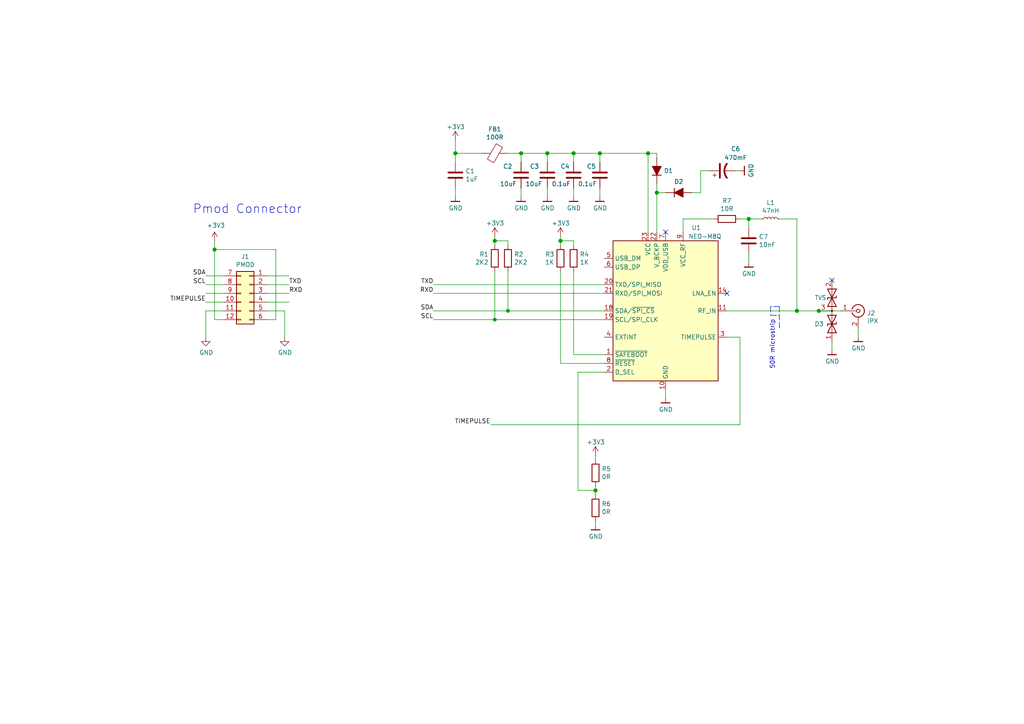
<source format=kicad_sch>
(kicad_sch (version 20230121) (generator eeschema)
  (paper "A4")
  (title_block (title "GNSS PMOD") (date "2020-12-17") (rev "r1.0") (company "GsD - @gregdavill") (comment 1 "PMOD"))
  (lib_symbols
    (symbol "Connector:Conn_Coaxial" (pin_names (offset 1.016) hide)
      (property "Reference" "J" (at 0.254 3.048 0))
      (property "Value" "Conn_Coaxial" (at 2.921 0 90))
      (symbol "Conn_Coaxial_0_1"
        (arc (start -1.778 -0.508) (mid 0.2311 -1.8066) (end 1.778 0) (stroke (width 0.254)))
        (polyline (pts (xy -2.54 0) (xy -0.508 0)))
        (polyline (pts (xy 0 -2.54) (xy 0 -1.778)))
        (circle (center 0 0) (radius 0.508) (stroke (width 0.2032)))
        (arc (start 1.778 0) (mid 0.2099 1.8101) (end -1.778 0.508) (stroke (width 0.254)))
      )
      (symbol "Conn_Coaxial_1_1"
        (pin passive line (at -5.08 0 0) (length 2.54) (name "In") (number "1"))
        (pin passive line (at 0 -5.08 90) (length 2.54) (name "Ext") (number "2"))
      )
    )
    (symbol "Connector_Generic:Conn_02x06_Top_Bottom" (pin_names (offset 1.016) hide)
      (property "Reference" "J" (at 1.27 7.62 0))
      (property "Value" "Conn_02x06_Top_Bottom" (at 1.27 -10.16 0))
      (symbol "Conn_02x06_Top_Bottom_1_1"
        (rectangle (start -1.27 -7.493) (end 0 -7.747) (stroke (width 0.1524)))
        (rectangle (start -1.27 -4.953) (end 0 -5.207) (stroke (width 0.1524)))
        (rectangle (start -1.27 -2.413) (end 0 -2.667) (stroke (width 0.1524)))
        (rectangle (start -1.27 0.127) (end 0 -0.127) (stroke (width 0.1524)))
        (rectangle (start -1.27 2.667) (end 0 2.413) (stroke (width 0.1524)))
        (rectangle (start -1.27 5.207) (end 0 4.953) (stroke (width 0.1524)))
        (rectangle (start -1.27 6.35) (end 3.81 -8.89) (stroke (width 0.254)) (fill (type background)))
        (rectangle (start 3.81 -7.493) (end 2.54 -7.747) (stroke (width 0.1524)))
        (rectangle (start 3.81 -4.953) (end 2.54 -5.207) (stroke (width 0.1524)))
        (rectangle (start 3.81 -2.413) (end 2.54 -2.667) (stroke (width 0.1524)))
        (rectangle (start 3.81 0.127) (end 2.54 -0.127) (stroke (width 0.1524)))
        (rectangle (start 3.81 2.667) (end 2.54 2.413) (stroke (width 0.1524)))
        (rectangle (start 3.81 5.207) (end 2.54 4.953) (stroke (width 0.1524)))
        (pin passive line (at -5.08 5.08 0) (length 3.81) (name "Pin_1") (number "1"))
        (pin passive line (at 7.62 -2.54 180) (length 3.81) (name "Pin_10") (number "10"))
        (pin passive line (at 7.62 -5.08 180) (length 3.81) (name "Pin_11") (number "11"))
        (pin passive line (at 7.62 -7.62 180) (length 3.81) (name "Pin_12") (number "12"))
        (pin passive line (at -5.08 2.54 0) (length 3.81) (name "Pin_2") (number "2"))
        (pin passive line (at -5.08 0 0) (length 3.81) (name "Pin_3") (number "3"))
        (pin passive line (at -5.08 -2.54 0) (length 3.81) (name "Pin_4") (number "4"))
        (pin passive line (at -5.08 -5.08 0) (length 3.81) (name "Pin_5") (number "5"))
        (pin passive line (at -5.08 -7.62 0) (length 3.81) (name "Pin_6") (number "6"))
        (pin passive line (at 7.62 5.08 180) (length 3.81) (name "Pin_7") (number "7"))
        (pin passive line (at 7.62 2.54 180) (length 3.81) (name "Pin_8") (number "8"))
        (pin passive line (at 7.62 0 180) (length 3.81) (name "Pin_9") (number "9"))
      )
    )
    (symbol "Device:C" (pin_numbers hide) (pin_names (offset 0.254))
      (property "Reference" "C" (at 0.635 2.54 0))
      (property "Value" "C" (at 0.635 -2.54 0))
      (symbol "C_0_1"
        (polyline (pts (xy -2.032 -0.762) (xy 2.032 -0.762)) (stroke (width 0.508)))
        (polyline (pts (xy -2.032 0.762) (xy 2.032 0.762)) (stroke (width 0.508)))
      )
      (symbol "C_1_1"
        (pin passive line (at 0 3.81 270) (length 2.794) (name "~") (number "1"))
        (pin passive line (at 0 -3.81 90) (length 2.794) (name "~") (number "2"))
      )
    )
    (symbol "Device:CP1" (pin_numbers hide) (pin_names (offset 0.254) hide)
      (property "Reference" "C" (at 0.635 2.54 0))
      (property "Value" "CP1" (at 0.635 -2.54 0))
      (symbol "CP1_0_1"
        (polyline (pts (xy -2.032 0.762) (xy 2.032 0.762)) (stroke (width 0.508)))
        (polyline (pts (xy -1.778 2.286) (xy -0.762 2.286)))
        (polyline (pts (xy -1.27 1.778) (xy -1.27 2.794)))
        (arc (start 2.032 -1.27) (mid 0 -0.5572) (end -2.032 -1.27) (stroke (width 0.508)))
      )
      (symbol "CP1_1_1"
        (pin passive line (at 0 3.81 270) (length 2.794) (name "~") (number "1"))
        (pin passive line (at 0 -3.81 90) (length 3.302) (name "~") (number "2"))
      )
    )
    (symbol "Device:D_ALT" (pin_numbers hide) (pin_names (offset 1.016) hide)
      (property "Reference" "D" (at 0 2.54 0))
      (property "Value" "D_ALT" (at 0 -2.54 0))
      (symbol "D_ALT_0_1"
        (polyline (pts (xy -1.27 1.27) (xy -1.27 -1.27)) (stroke (width 0.254)))
        (polyline (pts (xy 1.27 0) (xy -1.27 0)))
        (polyline (pts (xy 1.27 1.27) (xy 1.27 -1.27) (xy -1.27 0) (xy 1.27 1.27)) (stroke (width 0.254)) (fill (type outline)))
      )
      (symbol "D_ALT_1_1"
        (pin passive line (at -3.81 0 0) (length 2.54) (name "K") (number "1"))
        (pin passive line (at 3.81 0 180) (length 2.54) (name "A") (number "2"))
      )
    )
    (symbol "Device:D_TVS_x2_AAC" (pin_names (offset 1.016) hide)
      (property "Reference" "D" (at 0 4.445 0))
      (property "Value" "D_TVS_x2_AAC" (at 0 2.54 0))
      (symbol "D_TVS_x2_AAC_0_0"
        (polyline (pts (xy 0 -1.27) (xy 0 0)))
      )
      (symbol "D_TVS_x2_AAC_0_1"
        (polyline (pts (xy -6.35 0) (xy 6.35 0)))
        (polyline (pts (xy -3.302 1.27) (xy -3.81 1.27) (xy -3.81 -1.27) (xy -4.318 -1.27)) (stroke (width 0.254)))
        (polyline (pts (xy 4.318 1.27) (xy 3.81 1.27) (xy 3.81 -1.27) (xy 3.302 -1.27)) (stroke (width 0.254)))
        (polyline (pts (xy -6.35 1.27) (xy -1.27 -1.27) (xy -1.27 1.27) (xy -6.35 -1.27) (xy -6.35 1.27)) (stroke (width 0.254)))
        (polyline (pts (xy 6.35 1.27) (xy 1.27 -1.27) (xy 1.27 1.27) (xy 6.35 -1.27) (xy 6.35 1.27)) (stroke (width 0.254)))
        (circle (center 0 0) (radius 0.254) (fill (type outline)))
      )
      (symbol "D_TVS_x2_AAC_1_1"
        (pin passive line (at -8.89 0 0) (length 2.54) (name "A1") (number "1"))
        (pin passive line (at 8.89 0 180) (length 2.54) (name "A2") (number "2"))
        (pin input line (at 0 -3.81 90) (length 2.54) (name "common") (number "3"))
      )
    )
    (symbol "Device:Ferrite_Bead" (pin_numbers hide) (pin_names (offset 0))
      (property "Reference" "FB" (at -3.81 0.635 90))
      (property "Value" "Ferrite_Bead" (at 3.81 0 90))
      (symbol "Ferrite_Bead_0_1"
        (polyline (pts (xy 0 -1.27) (xy 0 -1.2192)))
        (polyline (pts (xy 0 1.27) (xy 0 1.2954)))
        (polyline (pts (xy -2.7686 0.4064) (xy -1.7018 2.2606) (xy 2.7686 -0.3048) (xy 1.6764 -2.159) (xy -2.7686 0.4064)))
      )
      (symbol "Ferrite_Bead_1_1"
        (pin passive line (at 0 3.81 270) (length 2.54) (name "~") (number "1"))
        (pin passive line (at 0 -3.81 90) (length 2.54) (name "~") (number "2"))
      )
    )
    (symbol "Device:L_Small" (pin_numbers hide) (pin_names (offset 0.254) hide)
      (property "Reference" "L" (at 0.762 1.016 0))
      (property "Value" "L_Small" (at 0.762 -1.016 0))
      (symbol "L_Small_0_1"
        (arc (start 0 -2.032) (mid 0.5058 -1.524) (end 0 -1.016))
        (arc (start 0 -1.016) (mid 0.5058 -0.508) (end 0 0))
        (arc (start 0 0) (mid 0.5058 0.508) (end 0 1.016))
        (arc (start 0 1.016) (mid 0.5058 1.524) (end 0 2.032))
      )
      (symbol "L_Small_1_1"
        (pin passive line (at 0 2.54 270) (length 0.508) (name "~") (number "1"))
        (pin passive line (at 0 -2.54 90) (length 0.508) (name "~") (number "2"))
      )
    )
    (symbol "Device:R" (pin_numbers hide) (pin_names (offset 0))
      (property "Reference" "R" (at 2.032 0 90))
      (property "Value" "R" (at 0 0 90))
      (symbol "R_0_1"
        (rectangle (start -1.016 -2.54) (end 1.016 2.54) (stroke (width 0.254)))
      )
      (symbol "R_1_1"
        (pin passive line (at 0 3.81 270) (length 1.27) (name "~") (number "1"))
        (pin passive line (at 0 -3.81 90) (length 1.27) (name "~") (number "2"))
      )
    )
    (symbol "RF_GPS:NEO-M8Q"
      (property "Reference" "U" (at -13.97 21.59 0))
      (property "Value" "NEO-M8Q" (at 11.43 21.59 0))
      (symbol "NEO-M8Q_0_1"
        (rectangle (start -15.24 20.32) (end 15.24 -20.32) (stroke (width 0.254)) (fill (type background)))
      )
      (symbol "NEO-M8Q_1_1"
        (pin input line (at -17.78 -12.7 0) (length 2.54) (name "~{SAFEBOOT}") (number "1"))
        (pin power_in line (at 0 -22.86 90) (length 2.54) (name "GND") (number "10"))
        (pin input line (at 17.78 0 180) (length 2.54) (name "RF_IN") (number "11"))
        (pin passive line (at 0 -22.86 90) (length 2.54) hide (name "GND") (number "12"))
        (pin passive line (at 0 -22.86 90) (length 2.54) hide (name "GND") (number "13"))
        (pin output line (at 17.78 5.08 180) (length 2.54) (name "LNA_EN") (number "14"))
        (pin no_connect line (at 15.24 -10.16 180) (length 2.54) hide (name "RESERVED") (number "15"))
        (pin no_connect line (at 15.24 -12.7 180) (length 2.54) hide (name "RESERVED") (number "16"))
        (pin no_connect line (at 15.24 -15.24 180) (length 2.54) hide (name "RESERVED") (number "17"))
        (pin bidirectional line (at -17.78 0 0) (length 2.54) (name "SDA/~{SPI_CS}") (number "18"))
        (pin input line (at -17.78 -2.54 0) (length 2.54) (name "SCL/SPI_CLK") (number "19"))
        (pin input line (at -17.78 -17.78 0) (length 2.54) (name "D_SEL") (number "2"))
        (pin output line (at -17.78 7.62 0) (length 2.54) (name "TXD/SPI_MISO") (number "20"))
        (pin input line (at -17.78 5.08 0) (length 2.54) (name "RXD/SPI_MOSI") (number "21"))
        (pin power_in line (at -2.54 22.86 270) (length 2.54) (name "V_BCKP") (number "22"))
        (pin power_in line (at -5.08 22.86 270) (length 2.54) (name "VCC") (number "23"))
        (pin passive line (at 0 -22.86 90) (length 2.54) hide (name "GND") (number "24"))
        (pin output line (at 17.78 -7.62 180) (length 2.54) (name "TIMEPULSE") (number "3"))
        (pin input line (at -17.78 -7.62 0) (length 2.54) (name "EXTINT") (number "4"))
        (pin bidirectional line (at -17.78 15.24 0) (length 2.54) (name "USB_DM") (number "5"))
        (pin bidirectional line (at -17.78 12.7 0) (length 2.54) (name "USB_DP") (number "6"))
        (pin power_in line (at 0 22.86 270) (length 2.54) (name "VDD_USB") (number "7"))
        (pin input line (at -17.78 -15.24 0) (length 2.54) (name "~{RESET}") (number "8"))
        (pin power_out line (at 5.08 22.86 270) (length 2.54) (name "VCC_RF") (number "9"))
      )
    )
    (symbol "gkl_power:GND" (power) (pin_names (offset 0))
      (property "Value" "GND" (at 0 -2.54 0))
      (symbol "GND_0_1"
        (polyline (pts (xy 0 -1.27) (xy 0 0)))
        (polyline (pts (xy 1.27 -1.27) (xy -1.27 -1.27)) (stroke (width 0.3048)))
      )
      (symbol "GND_1_1"
        (pin power_in line (at 0 0 270) (length 0) hide (name "GND") (number "1"))
      )
    )
    (symbol "power:+3V3" (power) (pin_names (offset 0))
      (property "Value" "+3V3" (at 0 3.556 0))
      (symbol "+3V3_0_1"
        (polyline (pts (xy -0.762 1.27) (xy 0 2.54)))
        (polyline (pts (xy 0 0) (xy 0 2.54)))
        (polyline (pts (xy 0 2.54) (xy 0.762 1.27)))
      )
      (symbol "+3V3_1_1"
        (pin power_in line (at 0 0 90) (length 0) hide (name "+3V3") (number "1"))
      )
    )
    (symbol "power:GND" (power) (pin_names (offset 0))
      (property "Value" "GND" (at 0 -3.81 0))
      (symbol "GND_0_1"
        (polyline (pts (xy 0 0) (xy 0 -1.27) (xy 1.27 -1.27) (xy 0 -2.54) (xy -1.27 -1.27) (xy 0 -1.27)))
      )
      (symbol "GND_1_1"
        (pin power_in line (at 0 0 270) (length 0) hide (name "GND") (number "1"))
      )
    )
  )
  (bus_alias "GPDI" (members "CK_N" "CK_P" "D0_N" "D0_P" "D1_N" "D1_P" "D2_N" "D2_P"))
  (junction (at 147.32 90.17) (diameter 0.9144))
  (junction (at 217.17 63.5) (diameter 1.016))
  (junction (at 190.5 55.88) (diameter 1.016))
  (junction (at 143.51 69.85) (diameter 1.016))
  (junction (at 166.37 44.45) (diameter 1.016))
  (junction (at 237.49 90.17) (diameter 1.016))
  (junction (at 172.72 142.24) (diameter 1.016))
  (junction (at 173.99 44.45) (diameter 1.016))
  (junction (at 162.56 69.85) (diameter 1.016))
  (junction (at 62.23 72.39) (diameter 1.016))
  (junction (at 231.14 90.17) (diameter 1.016))
  (junction (at 132.08 44.45) (diameter 1.016))
  (junction (at 151.13 44.45) (diameter 1.016))
  (junction (at 143.51 92.71) (diameter 0.9144))
  (junction (at 187.96 44.45) (diameter 1.016))
  (junction (at 158.75 44.45) (diameter 1.016))
  (no_connect (at 241.3 81.28))
  (no_connect (at 210.82 85.09))
  (no_connect (at 193.04 67.31))
  (wire (pts (xy 198.12 67.31) (xy 198.12 63.5)))
  (wire (pts (xy 203.2 55.88) (xy 203.2 49.53)))
  (wire (pts (xy 77.47 82.55) (xy 83.82 82.55)))
  (wire (pts (xy 193.04 55.88) (xy 190.5 55.88)))
  (wire (pts (xy 172.72 143.51) (xy 172.72 142.24)))
  (wire (pts (xy 143.51 68.58) (xy 143.51 69.85)))
  (wire (pts (xy 158.75 57.15) (xy 158.75 54.61)))
  (wire (pts (xy 151.13 44.45) (xy 158.75 44.45)))
  (wire (pts (xy 62.23 92.71) (xy 62.23 72.39)))
  (wire (pts (xy 125.73 90.17) (xy 147.32 90.17)))
  (wire (pts (xy 143.51 78.74) (xy 143.51 92.71)))
  (wire (pts (xy 62.23 69.85) (xy 62.23 72.39)))
  (wire (pts (xy 132.08 57.15) (xy 132.08 54.61)))
  (wire (pts (xy 162.56 69.85) (xy 162.56 71.12)))
  (wire (pts (xy 64.77 92.71) (xy 62.23 92.71)))
  (wire (pts (xy 132.08 44.45) (xy 132.08 40.64)))
  (polyline (pts (xy 223.52 91.44) (xy 226.06 91.44)) (stroke (width 0) (type dash)))
  (wire (pts (xy 166.37 57.15) (xy 166.37 54.61)))
  (wire (pts (xy 214.63 63.5) (xy 217.17 63.5)))
  (wire (pts (xy 77.47 85.09) (xy 83.82 85.09)))
  (wire (pts (xy 125.73 92.71) (xy 143.51 92.71)))
  (wire (pts (xy 147.32 78.74) (xy 147.32 90.17)))
  (wire (pts (xy 59.69 80.01) (xy 64.77 80.01)))
  (wire (pts (xy 143.51 69.85) (xy 143.51 71.12)))
  (wire (pts (xy 214.63 123.19) (xy 142.24 123.19)))
  (wire (pts (xy 217.17 63.5) (xy 220.98 63.5)))
  (wire (pts (xy 59.69 87.63) (xy 64.77 87.63)))
  (wire (pts (xy 162.56 69.85) (xy 166.37 69.85)))
  (wire (pts (xy 143.51 69.85) (xy 147.32 69.85)))
  (wire (pts (xy 125.73 85.09) (xy 175.26 85.09)))
  (wire (pts (xy 237.49 90.17) (xy 243.84 90.17)))
  (wire (pts (xy 80.01 72.39) (xy 62.23 72.39)))
  (wire (pts (xy 173.99 44.45) (xy 173.99 46.99)))
  (wire (pts (xy 143.51 92.71) (xy 175.26 92.71)))
  (wire (pts (xy 248.92 97.79) (xy 248.92 95.25)))
  (wire (pts (xy 80.01 72.39) (xy 80.01 92.71)))
  (wire (pts (xy 166.37 78.74) (xy 166.37 102.87)))
  (wire (pts (xy 147.32 69.85) (xy 147.32 71.12)))
  (wire (pts (xy 190.5 45.72) (xy 190.5 44.45)))
  (wire (pts (xy 172.72 133.35) (xy 172.72 132.08)))
  (wire (pts (xy 166.37 69.85) (xy 166.37 71.12)))
  (wire (pts (xy 64.77 90.17) (xy 59.69 90.17)))
  (wire (pts (xy 139.7 44.45) (xy 132.08 44.45)))
  (wire (pts (xy 200.66 55.88) (xy 203.2 55.88)))
  (wire (pts (xy 190.5 55.88) (xy 190.5 67.31)))
  (wire (pts (xy 59.69 90.17) (xy 59.69 97.79)))
  (wire (pts (xy 198.12 63.5) (xy 207.01 63.5)))
  (wire (pts (xy 226.06 63.5) (xy 231.14 63.5)))
  (wire (pts (xy 231.14 63.5) (xy 231.14 90.17)))
  (wire (pts (xy 151.13 44.45) (xy 147.32 44.45)))
  (wire (pts (xy 132.08 46.99) (xy 132.08 44.45)))
  (polyline (pts (xy 226.06 88.9) (xy 223.52 88.9)) (stroke (width 0) (type dash)))
  (wire (pts (xy 59.69 85.09) (xy 64.77 85.09)))
  (wire (pts (xy 172.72 152.4) (xy 172.72 151.13)))
  (wire (pts (xy 125.73 82.55) (xy 175.26 82.55)))
  (wire (pts (xy 175.26 105.41) (xy 162.56 105.41)))
  (wire (pts (xy 166.37 102.87) (xy 175.26 102.87)))
  (wire (pts (xy 203.2 49.53) (xy 205.74 49.53)))
  (wire (pts (xy 173.99 57.15) (xy 173.99 54.61)))
  (wire (pts (xy 147.32 90.17) (xy 175.26 90.17)))
  (wire (pts (xy 158.75 44.45) (xy 166.37 44.45)))
  (polyline (pts (xy 226.06 88.9) (xy 226.06 95.25)) (stroke (width 0) (type dash)))
  (wire (pts (xy 217.17 76.2) (xy 217.17 73.66)))
  (wire (pts (xy 77.47 80.01) (xy 83.82 80.01)))
  (wire (pts (xy 231.14 90.17) (xy 237.49 90.17)))
  (wire (pts (xy 214.63 49.53) (xy 213.36 49.53)))
  (wire (pts (xy 77.47 90.17) (xy 82.55 90.17)))
  (wire (pts (xy 214.63 97.79) (xy 214.63 123.19)))
  (wire (pts (xy 217.17 63.5) (xy 217.17 66.04)))
  (wire (pts (xy 210.82 90.17) (xy 231.14 90.17)))
  (wire (pts (xy 166.37 44.45) (xy 166.37 46.99)))
  (polyline (pts (xy 223.52 88.9) (xy 223.52 91.44)) (stroke (width 0) (type dash)))
  (wire (pts (xy 167.64 107.95) (xy 175.26 107.95)))
  (wire (pts (xy 77.47 92.71) (xy 80.01 92.71)))
  (wire (pts (xy 77.47 87.63) (xy 83.82 87.63)))
  (wire (pts (xy 173.99 44.45) (xy 187.96 44.45)))
  (wire (pts (xy 187.96 67.31) (xy 187.96 44.45)))
  (wire (pts (xy 190.5 44.45) (xy 187.96 44.45)))
  (wire (pts (xy 162.56 68.58) (xy 162.56 69.85)))
  (wire (pts (xy 241.3 101.6) (xy 241.3 99.06)))
  (wire (pts (xy 82.55 90.17) (xy 82.55 97.79)))
  (wire (pts (xy 151.13 46.99) (xy 151.13 44.45)))
  (wire (pts (xy 59.69 82.55) (xy 64.77 82.55)))
  (wire (pts (xy 166.37 44.45) (xy 173.99 44.45)))
  (wire (pts (xy 158.75 44.45) (xy 158.75 46.99)))
  (wire (pts (xy 162.56 105.41) (xy 162.56 78.74)))
  (wire (pts (xy 193.04 115.57) (xy 193.04 113.03)))
  (wire (pts (xy 167.64 142.24) (xy 167.64 107.95)))
  (wire (pts (xy 190.5 53.34) (xy 190.5 55.88)))
  (wire (pts (xy 151.13 57.15) (xy 151.13 54.61)))
  (wire (pts (xy 172.72 142.24) (xy 167.64 142.24)))
  (wire (pts (xy 172.72 142.24) (xy 172.72 140.97)))
  (wire (pts (xy 210.82 97.79) (xy 214.63 97.79)))
  (text "Pmod Connector" (at 55.88 62.23 0) (effects (font (size 2.54 2.54)) (justify left bottom)))
  (text "50R microstrip\n" (at 224.79 92.71 90) (effects (font (size 1.27 1.27)) (justify right bottom)))
  (label "RXD" (at 125.73 85.09 180))
  (label "TXD" (at 83.82 82.55 0))
  (label "SCL" (at 125.73 92.71 180))
  (label "SCL" (at 59.69 82.55 180))
  (label "SDA" (at 59.69 80.01 180))
  (label "TIMEPULSE" (at 59.69 87.63 180))
  (label "RXD" (at 83.82 85.09 0))
  (label "SDA" (at 125.73 90.17 180))
  (label "TIMEPULSE" (at 142.24 123.19 180))
  (label "TXD" (at 125.73 82.55 180))
  (symbol (lib_id "power:+3V3") (at 62.23 69.85 0) (unit 1)
    (property "Reference" "#PWR0112" (effects hide))
    (property "Value" "+3V3" (at 62.611 65.3796 0))
  )
  (symbol (lib_id "power:GND") (at 59.69 97.79 0) (unit 1)
    (property "Reference" "#PWR0109" (effects hide))
    (property "Value" "GND" (at 59.817 102.2604 0))
  )
  (symbol (lib_id "gkl_power:GND") (at 151.13 57.15 0) (unit 1)
    (property "Reference" "#PWR0103" (effects hide))
    (property "Value" "GND" (at 151.2062 60.3504 0))
  )
  (symbol (lib_id "Device:R") (at 210.82 63.5 270) (unit 1)
    (property "Reference" "R7" (at 210.82 58.2422 90))
    (property "Value" "10R" (at 210.82 60.5536 90))
    (property "Footprint" "Resistor_SMD:R_0402_1005Metric" (effects hide))
    (property "Mfg" "Yageo" (effects hide))
    (property "PN" "RC0402FR-0710RL" (effects hide))
  )
  (symbol (lib_id "Device:C") (at 217.17 69.85 0) (unit 1)
    (property "Reference" "C7" (at 220.091 68.6816 0) (effects (justify left)))
    (property "Value" "10nF" (at 220.091 70.993 0) (effects (justify left)))
    (property "Footprint" "Capacitor_SMD:C_0402_1005Metric" (effects hide))
    (property "Mfg" "Samsung Electro-Mechanics" (effects hide))
    (property "PN" "CL05B103KB5NNNC" (effects hide))
  )
  (symbol (lib_id "power:+3V3") (at 172.72 132.08 0) (unit 1)
    (property "Reference" "#PWR0117" (effects hide))
    (property "Value" "+3V3" (at 172.7962 128.2446 0))
  )
  (symbol (lib_id "gkl_power:GND") (at 193.04 115.57 0) (unit 1)
    (property "Reference" "#PWR0115" (effects hide))
    (property "Value" "GND" (at 193.1162 118.7704 0))
  )
  (symbol (lib_id "Device:R") (at 162.56 74.93 0) (unit 1)
    (property "Reference" "R3" (at 160.782 73.7616 0) (effects (justify right)))
    (property "Value" "1K" (at 160.782 76.073 0) (effects (justify right)))
    (property "Footprint" "Resistor_SMD:R_0402_1005Metric" (effects hide))
    (property "Mfg" "Yageo" (effects hide))
    (property "PN" "RC0402FR-071KL" (effects hide))
  )
  (symbol (lib_id "Device:R") (at 172.72 147.32 0) (unit 1)
    (property "Reference" "R6" (at 174.498 146.1516 0) (effects (justify left)))
    (property "Value" "0R" (at 174.498 148.463 0) (effects (justify left)))
    (property "Footprint" "Resistor_SMD:R_0402_1005Metric" (effects hide))
    (property "Mfg" "Yageo" (effects hide))
    (property "PN" "RC0402FR-070RL" (effects hide))
  )
  (symbol (lib_id "RF_GPS:NEO-M8Q") (at 193.04 90.17 0) (unit 1)
    (property "Reference" "U1" (at 201.93 66.04 0))
    (property "Value" "NEO-M8Q" (at 204.47 68.58 0))
    (property "Footprint" "RF_GPS:ublox_NEO" (effects hide))
    (property "Datasheet" "https://www.u-blox.com/sites/default/files/NEO-M8-FW3_DataSheet_%28UBX-15031086%29.pdf" (effects hide))
    (property "PN" "DNP" (effects hide))
  )
  (symbol (lib_id "Device:C") (at 166.37 50.8 0) (unit 1)
    (property "Reference" "C4" (at 162.56 48.26 0) (effects (justify left)))
    (property "Value" "0.1uF" (at 160.02 53.34 0) (effects (justify left)))
    (property "Footprint" "Capacitor_SMD:C_0402_1005Metric" (effects hide))
    (property "Mfg" "Samsung Electro-Mechanics" (effects hide))
    (property "PN" "CL05A104KP5NNNC" (effects hide))
  )
  (symbol (lib_id "Device:R") (at 166.37 74.93 0) (unit 1)
    (property "Reference" "R4" (at 168.148 73.7616 0) (effects (justify left)))
    (property "Value" "1K" (at 168.148 76.073 0) (effects (justify left)))
    (property "Footprint" "Resistor_SMD:R_0402_1005Metric" (effects hide))
    (property "Mfg" "Yageo" (effects hide))
    (property "PN" "RC0402FR-071KL" (effects hide))
  )
  (symbol (lib_id "Device:C") (at 158.75 50.8 0) (unit 1)
    (property "Reference" "C3" (at 153.67 48.26 0) (effects (justify left)))
    (property "Value" "10uF" (at 152.4 53.34 0) (effects (justify left)))
    (property "Footprint" "Capacitor_SMD:C_0603_1608Metric" (effects hide))
    (property "Mfg" "Samsung Electro-Mechanics" (effects hide))
    (property "PN" "CL10A106MP8NNNC" (effects hide))
  )
  (symbol (lib_id "Device:C") (at 132.08 50.8 0) (unit 1)
    (property "Reference" "C1" (at 135.001 49.6316 0) (effects (justify left)))
    (property "Value" "1uF" (at 135.001 51.943 0) (effects (justify left)))
    (property "Footprint" "Capacitor_SMD:C_0402_1005Metric" (effects hide))
    (property "Mfg" "Samsung Electro-Mechanics" (effects hide))
    (property "PN" "CL05A105KP5NNNC" (effects hide))
  )
  (symbol (lib_id "Device:Ferrite_Bead") (at 143.51 44.45 270) (unit 1)
    (property "Reference" "FB1" (at 143.51 37.4904 90))
    (property "Value" "100R" (at 143.51 39.8018 90))
    (property "Footprint" "Inductor_SMD:L_0603_1608Metric" (effects hide))
    (property "Mfg" "TDK Corporation" (effects hide))
    (property "PN" "MMZ1608B121CTAH0" (effects hide))
  )
  (symbol (lib_id "power:+3V3") (at 132.08 40.64 0) (unit 1)
    (property "Reference" "#PWR0104" (effects hide))
    (property "Value" "+3V3" (at 132.1562 36.8046 0))
  )
  (symbol (lib_id "power:+3V3") (at 143.51 68.58 0) (unit 1)
    (property "Reference" "#PWR0118" (effects hide))
    (property "Value" "+3V3" (at 143.5862 64.7446 0))
  )
  (symbol (lib_id "gkl_power:GND") (at 217.17 76.2 0) (unit 1)
    (property "Reference" "#PWR0111" (effects hide))
    (property "Value" "GND" (at 217.2462 79.4004 0))
  )
  (symbol (lib_id "Device:CP1") (at 209.55 49.53 90) (unit 1)
    (property "Reference" "C6" (at 213.36 43.18 90))
    (property "Value" "470mF" (at 213.36 45.72 90))
    (property "Footprint" "Battery:BatteryHolder_Keystone_2998_1x6.8mm" (effects hide))
    (property "Mfg" "Keystone Electronics" (effects hide))
    (property "PN" "2998" (effects hide))
  )
  (symbol (lib_id "Device:R") (at 172.72 137.16 0) (unit 1)
    (property "Reference" "R5" (at 174.498 135.9916 0) (effects (justify left)))
    (property "Value" "0R" (at 174.498 138.303 0) (effects (justify left)))
    (property "Footprint" "Resistor_SMD:R_0402_1005Metric" (effects hide))
    (property "PN" "DNP" (effects hide))
  )
  (symbol (lib_id "gkl_power:GND") (at 166.37 57.15 0) (unit 1)
    (property "Reference" "#PWR0108" (effects hide))
    (property "Value" "GND" (at 166.4462 60.3504 0))
  )
  (symbol (lib_id "gkl_power:GND") (at 158.75 57.15 0) (unit 1)
    (property "Reference" "#PWR0102" (effects hide))
    (property "Value" "GND" (at 158.8262 60.3504 0))
  )
  (symbol (lib_id "Device:D_ALT") (at 196.85 55.88 0) (unit 1)
    (property "Reference" "D2" (at 196.85 52.705 0))
    (property "Value" "D_ALT" (effects hide))
    (property "Footprint" "Diode_SMD:D_SOD-123F" (effects hide))
    (property "Mfg" "Comchip Technology" (effects hide))
    (property "PN" "CDBW46-G" (effects hide))
  )
  (symbol (lib_id "gkl_power:GND") (at 248.92 97.79 0) (unit 1)
    (property "Reference" "#PWR0113" (effects hide))
    (property "Value" "GND" (at 248.9962 100.9904 0))
  )
  (symbol (lib_id "power:GND") (at 82.55 97.79 0) (unit 1)
    (property "Reference" "#PWR0110" (effects hide))
    (property "Value" "GND" (at 82.677 102.2604 0))
  )
  (symbol (lib_id "gkl_power:GND") (at 172.72 152.4 0) (unit 1)
    (property "Reference" "#PWR0116" (effects hide))
    (property "Value" "GND" (at 172.7962 155.6004 0))
  )
  (symbol (lib_id "Device:C") (at 151.13 50.8 0) (unit 1)
    (property "Reference" "C2" (at 148.59 48.26 0) (effects (justify right)))
    (property "Value" "10uF" (at 149.86 53.34 0) (effects (justify right)))
    (property "Footprint" "Capacitor_SMD:C_0603_1608Metric" (effects hide))
    (property "Mfg" "Samsung Electro-Mechanics" (effects hide))
    (property "PN" "CL10A106MP8NNNC" (effects hide))
  )
  (symbol (lib_id "Connector_Generic:Conn_02x06_Top_Bottom") (at 72.39 85.09 0) (mirror y) (unit 1)
    (property "Reference" "J1" (at 71.12 74.422 0))
    (property "Value" "PMOD" (at 71.12 76.7842 0))
    (property "Footprint" "Connector_PinHeader_2.54mm:PinHeader_2x06_P2.54mm_Horizontal" (effects hide))
    (property "Source" "ANY" (effects hide))
  )
  (symbol (lib_id "gkl_power:GND") (at 132.08 57.15 0) (unit 1)
    (property "Reference" "#PWR0101" (effects hide))
    (property "Value" "GND" (at 132.1562 60.3504 0))
  )
  (symbol (lib_id "Connector:Conn_Coaxial") (at 248.92 90.17 0) (unit 1)
    (property "Reference" "J2" (at 251.46 90.805 0) (effects (justify left)))
    (property "Value" "IPX" (at 251.46 93.1164 0) (effects (justify left)))
    (property "Footprint" "Connector_Coaxial:SMA_Amphenol_132289_EdgeMount" (effects hide))
    (property "Datasheet" " ~" (effects hide))
    (property "Mfg" "Molex" (effects hide))
    (property "PN" "0734120110" (effects hide))
  )
  (symbol (lib_id "gkl_power:GND") (at 173.99 57.15 0) (unit 1)
    (property "Reference" "#PWR0107" (effects hide))
    (property "Value" "GND" (at 174.0662 60.3504 0))
  )
  (symbol (lib_id "power:+3V3") (at 162.56 68.58 0) (unit 1)
    (property "Reference" "#PWR0114" (effects hide))
    (property "Value" "+3V3" (at 162.6362 64.7446 0))
  )
  (symbol (lib_id "Device:D_ALT") (at 190.5 49.53 90) (unit 1)
    (property "Reference" "D1" (at 192.532 49.53 90) (effects (justify right)))
    (property "Value" "D_ALT" (effects hide))
    (property "Footprint" "Diode_SMD:D_SOD-123F" (effects hide))
    (property "Mfg" "Comchip Technology" (effects hide))
    (property "PN" "CDBW46-G" (effects hide))
  )
  (symbol (lib_id "Device:L_Small") (at 223.52 63.5 90) (unit 1)
    (property "Reference" "L1" (at 223.52 58.801 90))
    (property "Value" "47nH" (at 223.52 61.1124 90))
    (property "Footprint" "Inductor_SMD:L_0402_1005Metric" (effects hide))
    (property "Mfg" "Murata Electronics" (effects hide))
    (property "PN" "LQW15AN47NJ00D" (effects hide))
  )
  (symbol (lib_id "gkl_power:GND") (at 214.63 49.53 90) (unit 1)
    (property "Reference" "#PWR0106" (effects hide))
    (property "Value" "GND" (at 217.8304 49.4538 0))
  )
  (symbol (lib_id "Device:C") (at 173.99 50.8 0) (unit 1)
    (property "Reference" "C5" (at 170.18 48.26 0) (effects (justify left)))
    (property "Value" "0.1uF" (at 167.64 53.34 0) (effects (justify left)))
    (property "Footprint" "Capacitor_SMD:C_0402_1005Metric" (effects hide))
    (property "Mfg" "Samsung Electro-Mechanics" (effects hide))
    (property "PN" "CL05A104KP5NNNC" (effects hide))
  )
  (symbol (lib_id "Device:R") (at 147.32 74.93 0) (unit 1)
    (property "Reference" "R2" (at 149.098 73.7616 0) (effects (justify left)))
    (property "Value" "2K2" (at 149.098 76.073 0) (effects (justify left)))
    (property "Footprint" "Resistor_SMD:R_0402_1005Metric" (effects hide))
    (property "Mfg" "Yageo" (effects hide))
    (property "PN" "RC0402FR-071KL" (effects hide))
  )
  (symbol (lib_id "gkl_power:GND") (at 241.3 101.6 0) (unit 1)
    (property "Reference" "#PWR0105" (effects hide))
    (property "Value" "GND" (at 241.3762 104.8004 0))
  )
  (symbol (lib_id "Device:R") (at 143.51 74.93 0) (unit 1)
    (property "Reference" "R1" (at 141.732 73.7616 0) (effects (justify right)))
    (property "Value" "2K2" (at 141.732 76.073 0) (effects (justify right)))
    (property "Footprint" "Resistor_SMD:R_0402_1005Metric" (effects hide))
    (property "Mfg" "Yageo" (effects hide))
    (property "PN" "RC0402FR-071KL" (effects hide))
  )
  (symbol (lib_id "Device:D_TVS_x2_AAC") (at 241.3 90.17 270) (mirror x) (unit 1)
    (property "Reference" "D3" (at 236.22 93.98 90) (effects (justify left)))
    (property "Value" "TVS" (at 236.22 86.36 90) (effects (justify left)))
    (property "Footprint" "Package_TO_SOT_SMD:SOT-323_SC-70" (effects hide))
    (property "Mfg" "Infineon Technologies" (effects hide))
    (property "PN" "ESD1P0RFWH6327XTSA1" (effects hide))
  )
)
</source>
